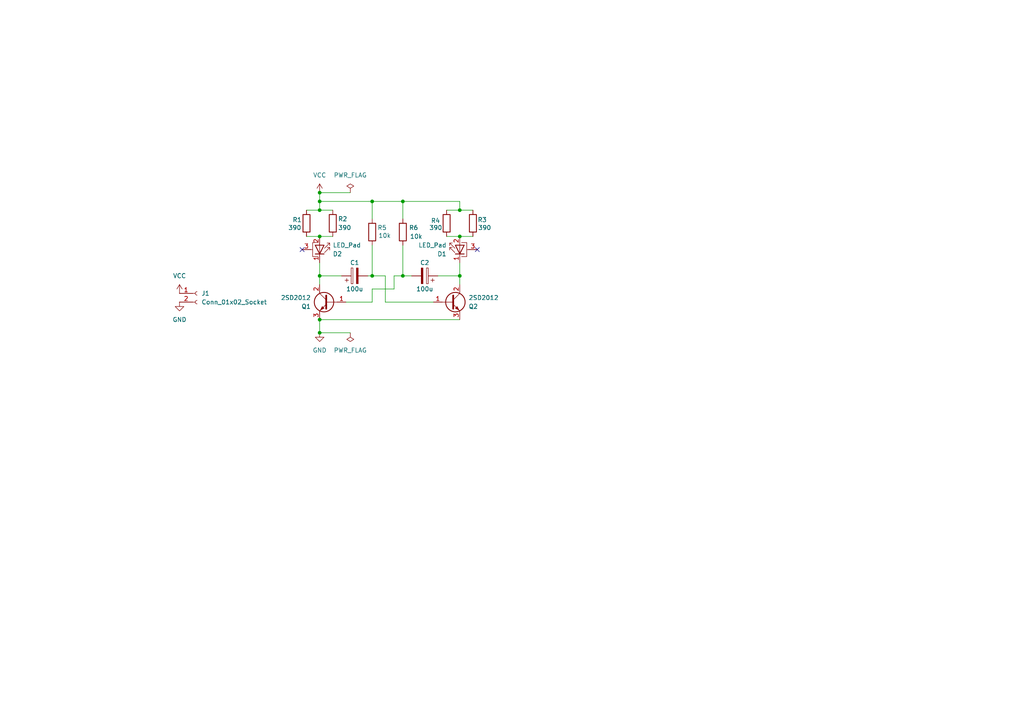
<source format=kicad_sch>
(kicad_sch (version 20250114) (generator "eeschema") (generator_version "9.0")
  (paper "A4")
  (lib_symbols
    (symbol "Connector:Conn_01x02_Socket" (pin_names (offset 1.016) (hide yes))
      (property "Reference" "J" (at 0 2.54 0))
      (property "Value" "Conn_01x02_Socket" (at 0 -5.08 0))
      (symbol "Conn_01x02_Socket_1_1"
        (polyline (pts (xy -1.27 0) (xy -0.508 0)) (stroke (width 0.1524)))
        (polyline (pts (xy -1.27 -2.54) (xy -0.508 -2.54)) (stroke (width 0.1524)))
        (arc (start 0 -0.508) (mid -0.5058 0) (end 0 0.508) (stroke (width 0.1524)))
        (arc (start 0 -3.048) (mid -0.5058 -2.54) (end 0 -2.032) (stroke (width 0.1524)))
        (pin passive line (at -5.08 0 0) (length 3.81) (name "Pin_1") (number "1"))
        (pin passive line (at -5.08 -2.54 0) (length 3.81) (name "Pin_2") (number "2"))
      )
    )
    (symbol "Device:C_Polarized" (pin_numbers (hide yes)) (pin_names (offset 0.254))
      (property "Reference" "C" (at 0.635 2.54 0))
      (property "Value" "C_Polarized" (at 0.635 -2.54 0))
      (symbol "C_Polarized_0_1"
        (rectangle (start -2.286 0.508) (end 2.286 1.016))
        (polyline (pts (xy -1.778 2.286) (xy -0.762 2.286)))
        (polyline (pts (xy -1.27 2.794) (xy -1.27 1.778)))
        (rectangle (start 2.286 -0.508) (end -2.286 -1.016) (fill (type outline)))
      )
      (symbol "C_Polarized_1_1"
        (pin passive line (at 0 3.81 270) (length 2.794) (name "~") (number "1"))
        (pin passive line (at 0 -3.81 90) (length 2.794) (name "~") (number "2"))
      )
    )
    (symbol "Device:LED_Pad" (pin_names (offset 1.016) (hide yes))
      (property "Reference" "D" (at 0 5.715 0))
      (property "Value" "LED_Pad" (at 0 3.81 0))
      (symbol "LED_Pad_0_1"
        (polyline (pts (xy -2.032 -0.508) (xy -2.032 -2.032) (xy 2.032 -2.032) (xy 2.032 -0.508)))
        (polyline (pts (xy -1.27 0) (xy 1.27 0)))
        (polyline (pts (xy -1.27 -1.27) (xy -1.27 1.27)) (stroke (width 0.254)))
        (polyline (pts (xy -0.889 1.397) (xy 0.635 2.921) (xy -0.127 2.921) (xy 0.635 2.921) (xy 0.635 2.159)))
        (polyline (pts (xy 0 -2.54) (xy 0 -2.032)))
        (polyline (pts (xy 0.381 1.397) (xy 1.905 2.921) (xy 1.143 2.921) (xy 1.905 2.921) (xy 1.905 2.159)))
        (polyline (pts (xy 1.27 -1.27) (xy 1.27 1.27) (xy -1.27 0) (xy 1.27 -1.27)) (stroke (width 0.254)))
      )
      (symbol "LED_Pad_1_1"
        (pin passive line (at -3.81 0 0) (length 2.54) (name "K") (number "1"))
        (pin passive line (at 0 -5.08 90) (length 2.54) (name "PAD") (number "3"))
        (pin passive line (at 3.81 0 180) (length 2.54) (name "A") (number "2"))
      )
    )
    (symbol "Device:R" (pin_numbers (hide yes)) (pin_names (offset 0))
      (property "Reference" "R" (at 2.032 0 90))
      (property "Value" "R" (at 0 0 90))
      (symbol "R_0_1"
        (rectangle (start -1.016 -2.54) (end 1.016 2.54) (stroke (width 0.254)))
      )
      (symbol "R_1_1"
        (pin passive line (at 0 3.81 270) (length 1.27) (name "~") (number "1"))
        (pin passive line (at 0 -3.81 90) (length 1.27) (name "~") (number "2"))
      )
    )
    (symbol "Transistor_BJT:Q_NPN_BCE" (pin_names (offset 0) (hide yes))
      (property "Reference" "Q" (at 5.08 1.27 0))
      (property "Value" "Q_NPN_BCE" (at 5.08 -1.27 0))
      (symbol "Q_NPN_BCE_0_1"
        (polyline (pts (xy -2.54 0) (xy 0.635 0)))
        (polyline (pts (xy 0.635 1.905) (xy 0.635 -1.905)) (stroke (width 0.508)))
        (circle (center 1.27 0) (radius 2.8194) (stroke (width 0.254)))
      )
      (symbol "Q_NPN_BCE_1_1"
        (polyline (pts (xy 0.635 0.635) (xy 2.54 2.54)))
        (polyline (pts (xy 0.635 -0.635) (xy 2.54 -2.54)))
        (polyline (pts (xy 1.27 -1.778) (xy 1.778 -1.27) (xy 2.286 -2.286) (xy 1.27 -1.778)) (fill (type outline)))
        (pin input line (at -5.08 0 0) (length 2.54) (name "B") (number "1"))
        (pin passive line (at 2.54 5.08 270) (length 2.54) (name "C") (number "2"))
        (pin passive line (at 2.54 -5.08 90) (length 2.54) (name "E") (number "3"))
      )
    )
    (symbol "power:GND" (power) (pin_numbers (hide yes)) (pin_names (offset 0) (hide yes))
      (property "Value" "GND" (at 0 -3.81 0))
      (symbol "GND_0_1"
        (polyline (pts (xy 0 0) (xy 0 -1.27) (xy 1.27 -1.27) (xy 0 -2.54) (xy -1.27 -1.27) (xy 0 -1.27)))
      )
      (symbol "GND_1_1"
        (pin power_in line (at 0 0 270) (length 0) (name "~") (number "1"))
      )
    )
    (symbol "power:PWR_FLAG" (power) (pin_numbers (hide yes)) (pin_names (offset 0) (hide yes))
      (property "Value" "PWR_FLAG" (at 0 3.81 0))
      (symbol "PWR_FLAG_0_0"
        (pin power_out line (at 0 0 90) (length 0) (name "~") (number "1"))
      )
      (symbol "PWR_FLAG_0_1"
        (polyline (pts (xy 0 0) (xy 0 1.27) (xy -1.016 1.905) (xy 0 2.54) (xy 1.016 1.905) (xy 0 1.27)))
      )
    )
    (symbol "power:VCC" (power) (pin_numbers (hide yes)) (pin_names (offset 0) (hide yes))
      (property "Value" "VCC" (at 0 3.556 0))
      (symbol "VCC_0_1"
        (polyline (pts (xy -0.762 1.27) (xy 0 2.54)))
        (polyline (pts (xy 0 2.54) (xy 0.762 1.27)))
        (polyline (pts (xy 0 0) (xy 0 2.54)))
      )
      (symbol "VCC_1_1"
        (pin power_in line (at 0 0 90) (length 0) (name "~") (number "1"))
      )
    )
  )
  (junction (at 107.95 58.42))
  (junction (at 116.84 80.01))
  (junction (at 116.84 58.42))
  (junction (at 92.71 55.88))
  (junction (at 92.71 80.01))
  (junction (at 92.71 68.58))
  (junction (at 92.71 96.52))
  (junction (at 133.35 60.96))
  (junction (at 92.71 92.71))
  (junction (at 92.71 58.42))
  (junction (at 107.95 80.01))
  (junction (at 133.35 68.58))
  (junction (at 92.71 60.96))
  (junction (at 133.35 80.01))
  (no_connect (at 138.43 72.39))
  (no_connect (at 87.63 72.39))
  (wire (pts (xy 107.95 71.12) (xy 107.95 80.01)))
  (wire (pts (xy 111.76 87.63) (xy 125.73 87.63)))
  (wire (pts (xy 92.71 60.96) (xy 96.52 60.96)))
  (wire (pts (xy 92.71 76.2) (xy 92.71 80.01)))
  (wire (pts (xy 107.95 87.63) (xy 100.33 87.63)))
  (wire (pts (xy 133.35 58.42) (xy 133.35 60.96)))
  (wire (pts (xy 116.84 80.01) (xy 119.38 80.01)))
  (wire (pts (xy 116.84 71.12) (xy 116.84 80.01)))
  (wire (pts (xy 116.84 58.42) (xy 133.35 58.42)))
  (wire (pts (xy 133.35 60.96) (xy 129.54 60.96)))
  (wire (pts (xy 92.71 58.42) (xy 107.95 58.42)))
  (wire (pts (xy 101.6 96.52) (xy 92.71 96.52)))
  (wire (pts (xy 133.35 80.01) (xy 133.35 82.55)))
  (wire (pts (xy 116.84 63.5) (xy 116.84 58.42)))
  (wire (pts (xy 129.54 68.58) (xy 133.35 68.58)))
  (wire (pts (xy 107.95 63.5) (xy 107.95 58.42)))
  (wire (pts (xy 88.9 60.96) (xy 92.71 60.96)))
  (wire (pts (xy 88.9 68.58) (xy 92.71 68.58)))
  (wire (pts (xy 114.3 83.82) (xy 107.95 83.82)))
  (wire (pts (xy 92.71 80.01) (xy 92.71 82.55)))
  (wire (pts (xy 107.95 58.42) (xy 116.84 58.42)))
  (wire (pts (xy 114.3 80.01) (xy 116.84 80.01)))
  (wire (pts (xy 107.95 83.82) (xy 107.95 87.63)))
  (wire (pts (xy 92.71 80.01) (xy 99.06 80.01)))
  (wire (pts (xy 133.35 76.2) (xy 133.35 80.01)))
  (wire (pts (xy 137.16 60.96) (xy 133.35 60.96)))
  (wire (pts (xy 101.6 55.88) (xy 92.71 55.88)))
  (wire (pts (xy 92.71 58.42) (xy 92.71 60.96)))
  (wire (pts (xy 133.35 68.58) (xy 137.16 68.58)))
  (wire (pts (xy 107.95 80.01) (xy 111.76 80.01)))
  (wire (pts (xy 92.71 55.88) (xy 92.71 58.42)))
  (wire (pts (xy 133.35 80.01) (xy 127 80.01)))
  (wire (pts (xy 114.3 80.01) (xy 114.3 83.82)))
  (wire (pts (xy 106.68 80.01) (xy 107.95 80.01)))
  (wire (pts (xy 92.71 68.58) (xy 96.52 68.58)))
  (wire (pts (xy 92.71 92.71) (xy 133.35 92.71)))
  (wire (pts (xy 111.76 80.01) (xy 111.76 87.63)))
  (wire (pts (xy 92.71 92.71) (xy 92.71 96.52)))
  (symbol (lib_id "Device:C_Polarized") (at 123.19 80.01 270) (mirror x) (unit 1)
    (property "Reference" "C2" (at 123.19 76.2 90))
    (property "Value" "100u" (at 123.19 83.82 90))
    (property "Footprint" "Capacitor_THT:CP_Radial_D5.0mm_P2.00mm" (effects (hide yes)))
    (property "Description" "Polarized capacitor" (effects (hide yes)))
  )
  (symbol (lib_id "Device:R") (at 88.9 64.77 0) (unit 1)
    (property "Reference" "R1" (at 84.836 63.754 0) (effects (justify left)))
    (property "Value" "390" (at 83.566 66.04 0) (effects (justify left)))
    (property "Footprint" "Resistor_THT:R_Axial_DIN0207_L6.3mm_D2.5mm_P10.16mm_Horizontal" (effects (hide yes)))
    (property "Description" "Resistor" (effects (hide yes)))
  )
  (symbol (lib_id "power:GND") (at 52.07 87.63 0) (unit 1)
    (property "Reference" "#PWR04" (effects (hide yes)))
    (property "Value" "GND" (at 52.07 92.71 0))
    (property "Description" "Power symbol creates a global label with name \"GND\" , ground" (effects (hide yes)))
  )
  (symbol (lib_id "power:PWR_FLAG") (at 101.6 96.52 0) (mirror x) (unit 1)
    (property "Reference" "#FLG02" (effects (hide yes)))
    (property "Value" "PWR_FLAG" (at 101.6 101.6 0))
    (property "Description" "Special symbol for telling ERC where power comes from" (effects (hide yes)))
  )
  (symbol (lib_id "power:GND") (at 92.71 96.52 0) (unit 1)
    (property "Reference" "#PWR02" (effects (hide yes)))
    (property "Value" "GND" (at 92.71 101.6 0))
    (property "Description" "Power symbol creates a global label with name \"GND\" , ground" (effects (hide yes)))
  )
  (symbol (lib_id "power:PWR_FLAG") (at 101.6 55.88 0) (unit 1)
    (property "Reference" "#FLG01" (effects (hide yes)))
    (property "Value" "PWR_FLAG" (at 101.6 50.8 0))
    (property "Description" "Special symbol for telling ERC where power comes from" (effects (hide yes)))
  )
  (symbol (lib_id "Connector:Conn_01x02_Socket") (at 57.15 85.09 0) (unit 1)
    (property "Reference" "J1" (at 58.42 85.0899 0) (effects (justify left)))
    (property "Value" "Conn_01x02_Socket" (at 58.42 87.6299 0) (effects (justify left)))
    (property "Footprint" "Connector_JST:JST_XH_B2B-XH-A_1x02_P2.50mm_Vertical" (effects (hide yes)))
    (property "Description" "Generic connector, single row, 01x02, script generated" (effects (hide yes)))
  )
  (symbol (lib_id "Device:R") (at 96.52 64.77 0) (unit 1)
    (property "Reference" "R2" (at 98.044 63.5 0) (effects (justify left)))
    (property "Value" "390" (at 98.044 66.04 0) (effects (justify left)))
    (property "Footprint" "Resistor_THT:R_Axial_DIN0207_L6.3mm_D2.5mm_P10.16mm_Horizontal" (effects (hide yes)))
    (property "Description" "Resistor" (effects (hide yes)))
  )
  (symbol (lib_id "Transistor_BJT:Q_NPN_BCE") (at 130.81 87.63 0) (unit 1)
    (property "Reference" "Q2" (at 135.89 88.9001 0) (effects (justify left)))
    (property "Value" "2SD2012" (at 135.89 86.3601 0) (effects (justify left)))
    (property "Footprint" "Package_TO_SOT_THT:TO-220F-3_Horizontal_TabUp" (effects (hide yes)))
    (property "Description" "NPN transistor, base/collector/emitter" (effects (hide yes)))
  )
  (symbol (lib_id "Device:R") (at 116.84 67.31 0) (unit 1)
    (property "Reference" "R6" (at 118.618 66.04 0) (effects (justify left)))
    (property "Value" "10k" (at 118.872 68.58 0) (effects (justify left)))
    (property "Footprint" "Resistor_THT:R_Axial_DIN0207_L6.3mm_D2.5mm_P10.16mm_Horizontal" (effects (hide yes)))
    (property "Description" "Resistor" (effects (hide yes)))
  )
  (symbol (lib_id "Device:LED_Pad") (at 92.71 72.39 270) (mirror x) (unit 1)
    (property "Reference" "D2" (at 96.52 73.6601 90) (effects (justify left)))
    (property "Value" "LED_Pad" (at 96.52 71.1201 90) (effects (justify left)))
    (property "Footprint" "LED_SMD:LED_1W_3W_R8" (effects (hide yes)))
    (property "Description" "Light emitting diode with pad" (effects (hide yes)))
  )
  (symbol (lib_id "Device:R") (at 129.54 64.77 0) (mirror y) (unit 1)
    (property "Reference" "R4" (at 124.968 64.008 0) (effects (justify right)))
    (property "Value" "390" (at 124.46 66.04 0) (effects (justify right)))
    (property "Footprint" "Resistor_THT:R_Axial_DIN0207_L6.3mm_D2.5mm_P10.16mm_Horizontal" (effects (hide yes)))
    (property "Description" "Resistor" (effects (hide yes)))
  )
  (symbol (lib_id "power:VCC") (at 92.71 55.88 0) (unit 1)
    (property "Reference" "#PWR01" (effects (hide yes)))
    (property "Value" "VCC" (at 92.71 50.8 0))
    (property "Description" "Power symbol creates a global label with name \"VCC\"" (effects (hide yes)))
  )
  (symbol (lib_id "Device:R") (at 107.95 67.31 0) (unit 1)
    (property "Reference" "R5" (at 109.474 66.04 0) (effects (justify left)))
    (property "Value" "10k" (at 109.728 68.326 0) (effects (justify left)))
    (property "Footprint" "Resistor_THT:R_Axial_DIN0207_L6.3mm_D2.5mm_P10.16mm_Horizontal" (effects (hide yes)))
    (property "Description" "Resistor" (effects (hide yes)))
  )
  (symbol (lib_id "Device:C_Polarized") (at 102.87 80.01 90) (unit 1)
    (property "Reference" "C1" (at 102.87 76.2 90))
    (property "Value" "100u" (at 102.87 83.82 90))
    (property "Footprint" "Capacitor_THT:CP_Radial_D5.0mm_P2.00mm" (effects (hide yes)))
    (property "Description" "Polarized capacitor" (effects (hide yes)))
  )
  (symbol (lib_id "power:VCC") (at 52.07 85.09 0) (unit 1)
    (property "Reference" "#PWR03" (effects (hide yes)))
    (property "Value" "VCC" (at 52.07 80.01 0))
    (property "Description" "Power symbol creates a global label with name \"VCC\"" (effects (hide yes)))
  )
  (symbol (lib_id "Device:LED_Pad") (at 133.35 72.39 90) (unit 1)
    (property "Reference" "D1" (at 129.54 73.6601 90) (effects (justify left)))
    (property "Value" "LED_Pad" (at 129.54 71.1201 90) (effects (justify left)))
    (property "Footprint" "LED_SMD:LED_1W_3W_R8" (effects (hide yes)))
    (property "Description" "Light emitting diode with pad" (effects (hide yes)))
  )
  (symbol (lib_id "Transistor_BJT:Q_NPN_BCE") (at 95.25 87.63 0) (mirror y) (unit 1)
    (property "Reference" "Q1" (at 90.17 88.9001 0) (effects (justify left)))
    (property "Value" "2SD2012" (at 90.17 86.3601 0) (effects (justify left)))
    (property "Footprint" "Package_TO_SOT_THT:TO-220F-3_Horizontal_TabUp" (effects (hide yes)))
    (property "Description" "NPN transistor, base/collector/emitter" (effects (hide yes)))
  )
  (symbol (lib_id "Device:R") (at 137.16 64.77 0) (mirror y) (unit 1)
    (property "Reference" "R3" (at 141.224 63.754 0) (effects (justify left)))
    (property "Value" "390" (at 142.494 66.04 0) (effects (justify left)))
    (property "Footprint" "Resistor_THT:R_Axial_DIN0207_L6.3mm_D2.5mm_P10.16mm_Horizontal" (effects (hide yes)))
    (property "Description" "Resistor" (effects (hide yes)))
  )
)
</source>
